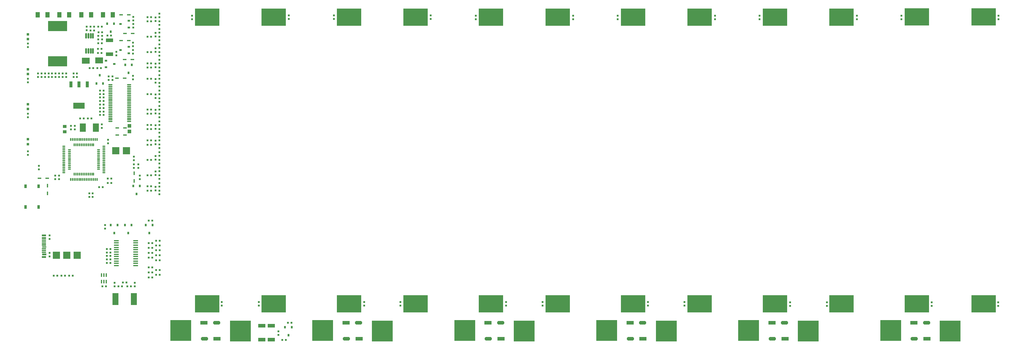
<source format=gtp>
G04*
G04 #@! TF.GenerationSoftware,Altium Limited,Altium Designer,18.1.7 (191)*
G04*
G04 Layer_Color=8421504*
%FSLAX44Y44*%
%MOMM*%
G71*
G01*
G75*
%ADD22R,1.0000X1.0000*%
%ADD23R,0.6000X0.6000*%
%ADD24R,0.6000X0.6000*%
%ADD25R,0.5500X0.8000*%
%ADD26R,1.0000X0.4500*%
%ADD27R,0.8000X0.5500*%
%ADD28R,0.4500X1.0000*%
%ADD29O,1.3500X0.3500*%
%ADD30R,2.0000X2.0000*%
%ADD31R,2.0000X2.0000*%
%ADD32R,2.0000X1.0000*%
G04:AMPARAMS|DCode=33|XSize=2mm|YSize=1mm|CornerRadius=0mm|HoleSize=0mm|Usage=FLASHONLY|Rotation=0.000|XOffset=0mm|YOffset=0mm|HoleType=Round|Shape=Octagon|*
%AMOCTAGOND33*
4,1,8,1.0000,-0.2500,1.0000,0.2500,0.7500,0.5000,-0.7500,0.5000,-1.0000,0.2500,-1.0000,-0.2500,-0.7500,-0.5000,0.7500,-0.5000,1.0000,-0.2500,0.0*
%
%ADD33OCTAGOND33*%

%ADD34R,6.0000X6.0000*%
%ADD35R,7.0000X5.0000*%
%ADD36R,1.2000X1.5000*%
%ADD37R,2.0000X1.1000*%
%ADD38R,5.4000X2.9000*%
%ADD39R,3.2000X1.7000*%
%ADD40R,0.9000X1.7000*%
%ADD41R,0.3500X1.0000*%
%ADD42R,0.3500X1.0000*%
G04:AMPARAMS|DCode=43|XSize=1.47mm|YSize=0.48mm|CornerRadius=0.06mm|HoleSize=0mm|Usage=FLASHONLY|Rotation=90.000|XOffset=0mm|YOffset=0mm|HoleType=Round|Shape=RoundedRectangle|*
%AMROUNDEDRECTD43*
21,1,1.4700,0.3600,0,0,90.0*
21,1,1.3500,0.4800,0,0,90.0*
1,1,0.1200,0.1800,0.6750*
1,1,0.1200,0.1800,-0.6750*
1,1,0.1200,-0.1800,-0.6750*
1,1,0.1200,-0.1800,0.6750*
%
%ADD43ROUNDEDRECTD43*%
%ADD44R,2.2000X1.8000*%
G04:AMPARAMS|DCode=45|XSize=0.3mm|YSize=0.8mm|CornerRadius=0.075mm|HoleSize=0mm|Usage=FLASHONLY|Rotation=0.000|XOffset=0mm|YOffset=0mm|HoleType=Round|Shape=RoundedRectangle|*
%AMROUNDEDRECTD45*
21,1,0.3000,0.6500,0,0,0.0*
21,1,0.1500,0.8000,0,0,0.0*
1,1,0.1500,0.0750,-0.3250*
1,1,0.1500,-0.0750,-0.3250*
1,1,0.1500,-0.0750,0.3250*
1,1,0.1500,0.0750,0.3250*
%
%ADD45ROUNDEDRECTD45*%
G04:AMPARAMS|DCode=46|XSize=0.3mm|YSize=0.8mm|CornerRadius=0.075mm|HoleSize=0mm|Usage=FLASHONLY|Rotation=90.000|XOffset=0mm|YOffset=0mm|HoleType=Round|Shape=RoundedRectangle|*
%AMROUNDEDRECTD46*
21,1,0.3000,0.6500,0,0,90.0*
21,1,0.1500,0.8000,0,0,90.0*
1,1,0.1500,0.3250,0.0750*
1,1,0.1500,0.3250,-0.0750*
1,1,0.1500,-0.3250,-0.0750*
1,1,0.1500,-0.3250,0.0750*
%
%ADD46ROUNDEDRECTD46*%
%ADD47R,0.8000X0.8000*%
%ADD48R,1.4500X0.3000*%
%ADD49R,0.7000X1.1000*%
%ADD50R,0.9800X0.9300*%
%ADD51R,1.1500X0.6000*%
%ADD52R,1.1500X0.3000*%
%ADD53R,1.8000X3.4000*%
%ADD54R,1.7000X2.4000*%
D22*
X634000Y845000D02*
D03*
Y829000D02*
D03*
D23*
X564000Y561080D02*
D03*
Y550920D02*
D03*
X646000Y757080D02*
D03*
Y746920D02*
D03*
X644000Y977920D02*
D03*
Y988080D02*
D03*
X645000Y1146920D02*
D03*
Y1157080D02*
D03*
Y1125920D02*
D03*
Y1136080D02*
D03*
X644000Y1072920D02*
D03*
Y1083080D02*
D03*
Y1051920D02*
D03*
Y1062080D02*
D03*
X659000Y724920D02*
D03*
Y735080D02*
D03*
X663000Y692920D02*
D03*
Y703080D02*
D03*
X646000Y724920D02*
D03*
Y735080D02*
D03*
X574000Y975920D02*
D03*
Y986080D02*
D03*
X585000Y975920D02*
D03*
Y986080D02*
D03*
X719000Y1166080D02*
D03*
Y1155920D02*
D03*
Y1144080D02*
D03*
Y1133920D02*
D03*
Y1111920D02*
D03*
Y1122080D02*
D03*
Y1100080D02*
D03*
Y1089920D02*
D03*
Y1067920D02*
D03*
Y1078080D02*
D03*
Y1056080D02*
D03*
Y1045920D02*
D03*
Y1023920D02*
D03*
Y1034080D02*
D03*
Y1012080D02*
D03*
Y1001920D02*
D03*
Y979920D02*
D03*
Y990080D02*
D03*
Y968080D02*
D03*
Y957920D02*
D03*
Y935920D02*
D03*
Y946080D02*
D03*
Y924080D02*
D03*
Y913920D02*
D03*
Y891920D02*
D03*
Y902080D02*
D03*
Y880080D02*
D03*
Y869920D02*
D03*
Y847920D02*
D03*
Y858080D02*
D03*
Y836080D02*
D03*
Y825920D02*
D03*
Y803920D02*
D03*
Y814080D02*
D03*
Y792080D02*
D03*
Y781920D02*
D03*
Y759920D02*
D03*
Y770080D02*
D03*
X719000Y748080D02*
D03*
Y737920D02*
D03*
X719000Y715920D02*
D03*
Y726080D02*
D03*
Y704080D02*
D03*
Y693920D02*
D03*
Y671920D02*
D03*
Y682080D02*
D03*
Y660080D02*
D03*
Y649920D02*
D03*
X897000Y341080D02*
D03*
Y330920D02*
D03*
X1003000Y341080D02*
D03*
Y330920D02*
D03*
X1303000Y341080D02*
D03*
Y330920D02*
D03*
X1407000Y341080D02*
D03*
Y330920D02*
D03*
X1708000Y341080D02*
D03*
Y330920D02*
D03*
X1812000Y341080D02*
D03*
Y330920D02*
D03*
X2113000Y341080D02*
D03*
Y330920D02*
D03*
X2217000Y341080D02*
D03*
Y330920D02*
D03*
X2518000Y340080D02*
D03*
Y329920D02*
D03*
X2623000Y340080D02*
D03*
Y329920D02*
D03*
X2922000Y340080D02*
D03*
Y329920D02*
D03*
X3112000Y340080D02*
D03*
Y329920D02*
D03*
X812000Y1160080D02*
D03*
Y1149920D02*
D03*
X1088000Y1161080D02*
D03*
Y1150920D02*
D03*
X1217000Y1161080D02*
D03*
Y1150920D02*
D03*
X1493000Y1161080D02*
D03*
Y1150920D02*
D03*
X1622000Y1160080D02*
D03*
Y1149920D02*
D03*
X1899000Y1160080D02*
D03*
Y1149920D02*
D03*
X2026000Y1160080D02*
D03*
Y1149920D02*
D03*
X2304000Y1160080D02*
D03*
Y1149920D02*
D03*
X2431000Y1160080D02*
D03*
Y1149920D02*
D03*
X2709000Y1160080D02*
D03*
Y1149920D02*
D03*
X2836000Y1160080D02*
D03*
Y1149920D02*
D03*
X3113000Y1160080D02*
D03*
Y1149920D02*
D03*
X484000Y995080D02*
D03*
Y984920D02*
D03*
X474000Y995080D02*
D03*
Y984920D02*
D03*
X443000D02*
D03*
Y995080D02*
D03*
X433000Y984920D02*
D03*
Y995080D02*
D03*
X423000Y985000D02*
D03*
Y995160D02*
D03*
X413000Y984920D02*
D03*
Y995080D02*
D03*
X403000Y984920D02*
D03*
Y995080D02*
D03*
X596000Y1046920D02*
D03*
Y1057080D02*
D03*
X708000Y715080D02*
D03*
Y704920D02*
D03*
X422000Y692920D02*
D03*
Y703080D02*
D03*
X453000Y984920D02*
D03*
Y995080D02*
D03*
X512000Y1118920D02*
D03*
Y1129080D02*
D03*
X393000Y995080D02*
D03*
Y984920D02*
D03*
X373000Y995080D02*
D03*
Y984920D02*
D03*
X556000Y1102080D02*
D03*
Y1091920D02*
D03*
X545000Y1102080D02*
D03*
Y1091920D02*
D03*
X383000Y984920D02*
D03*
Y995080D02*
D03*
X708000Y660920D02*
D03*
Y671080D02*
D03*
Y748920D02*
D03*
Y759080D02*
D03*
Y792920D02*
D03*
Y803080D02*
D03*
Y836920D02*
D03*
Y847080D02*
D03*
Y880920D02*
D03*
Y891080D02*
D03*
Y924920D02*
D03*
Y935080D02*
D03*
Y968920D02*
D03*
Y979080D02*
D03*
Y1012920D02*
D03*
Y1023080D02*
D03*
Y1056920D02*
D03*
Y1067080D02*
D03*
Y1100920D02*
D03*
Y1111080D02*
D03*
X344000Y761920D02*
D03*
Y772080D02*
D03*
X344000Y869920D02*
D03*
Y880080D02*
D03*
Y969920D02*
D03*
Y980080D02*
D03*
Y1069920D02*
D03*
Y1080080D02*
D03*
X1059000Y257080D02*
D03*
Y246920D02*
D03*
X708000Y1155080D02*
D03*
Y1144920D02*
D03*
X573000Y794920D02*
D03*
Y805080D02*
D03*
X591000Y396176D02*
D03*
Y386017D02*
D03*
X555000Y838920D02*
D03*
Y849080D02*
D03*
X375000Y731080D02*
D03*
Y720920D02*
D03*
X433000Y703080D02*
D03*
Y692920D02*
D03*
X519000Y641920D02*
D03*
Y652080D02*
D03*
X529000Y641920D02*
D03*
Y652080D02*
D03*
X649000Y386017D02*
D03*
Y396176D02*
D03*
X478000Y834920D02*
D03*
Y845080D02*
D03*
X467000D02*
D03*
Y834920D02*
D03*
X406000Y482080D02*
D03*
Y471920D02*
D03*
X406000Y521920D02*
D03*
Y532080D02*
D03*
D24*
X549920Y896000D02*
D03*
X560080D02*
D03*
X549920Y876000D02*
D03*
X560080D02*
D03*
X549920Y946000D02*
D03*
X560080D02*
D03*
X695080Y660000D02*
D03*
X684920D02*
D03*
X695080Y672000D02*
D03*
X684920D02*
D03*
X695080Y704000D02*
D03*
X684920D02*
D03*
X695080Y748000D02*
D03*
X684920D02*
D03*
X695080Y791000D02*
D03*
X684920D02*
D03*
X695080Y804000D02*
D03*
X684920D02*
D03*
X695080Y836000D02*
D03*
X684920D02*
D03*
X695080Y848000D02*
D03*
X684920D02*
D03*
X560080Y936000D02*
D03*
X549920D02*
D03*
X695080Y880000D02*
D03*
X684920D02*
D03*
X549920Y906000D02*
D03*
X560080D02*
D03*
X695080Y892000D02*
D03*
X684920D02*
D03*
X549920Y886000D02*
D03*
X560080D02*
D03*
X695080Y936000D02*
D03*
X684920D02*
D03*
X695080Y980000D02*
D03*
X684920D02*
D03*
X560080Y916000D02*
D03*
X549920D02*
D03*
X560080Y926000D02*
D03*
X549920D02*
D03*
X695080Y1012000D02*
D03*
X684920D02*
D03*
X695080Y1024000D02*
D03*
X684920D02*
D03*
X695080Y1056000D02*
D03*
X684920D02*
D03*
X695080Y1100000D02*
D03*
X684920D02*
D03*
X695080Y1144000D02*
D03*
X684920D02*
D03*
X695080Y1156000D02*
D03*
X684920D02*
D03*
X720080Y461000D02*
D03*
X709920D02*
D03*
X568920Y463000D02*
D03*
X579080D02*
D03*
X568920Y453000D02*
D03*
X579080D02*
D03*
X568920Y483000D02*
D03*
X579080D02*
D03*
X568920Y473000D02*
D03*
X579080D02*
D03*
Y493000D02*
D03*
X568920D02*
D03*
X556920Y386000D02*
D03*
X567080D02*
D03*
X541920Y1010000D02*
D03*
X552080D02*
D03*
X581080Y1103000D02*
D03*
X570920D02*
D03*
X519920Y1010000D02*
D03*
X530080D02*
D03*
X582080Y682000D02*
D03*
X571920D02*
D03*
X555080Y1081000D02*
D03*
X544920D02*
D03*
X554080Y1053000D02*
D03*
X543920D02*
D03*
Y1065000D02*
D03*
X554080D02*
D03*
X545920Y1113000D02*
D03*
X556080D02*
D03*
X522920Y1118000D02*
D03*
X533080D02*
D03*
X555080Y1129000D02*
D03*
X544920D02*
D03*
X533080D02*
D03*
X522920D02*
D03*
X688920Y574000D02*
D03*
X699080D02*
D03*
X625080Y397096D02*
D03*
X614920D02*
D03*
X612080Y386096D02*
D03*
X601920D02*
D03*
X450080Y417000D02*
D03*
X439920D02*
D03*
X688920Y412000D02*
D03*
X699080D02*
D03*
X709920Y433000D02*
D03*
X720080D02*
D03*
X1080080Y233000D02*
D03*
X1069920D02*
D03*
X428080Y417000D02*
D03*
X417920D02*
D03*
X514920Y866000D02*
D03*
X525080D02*
D03*
X492920Y866000D02*
D03*
X503080D02*
D03*
X546920Y670000D02*
D03*
X557080D02*
D03*
X571920Y694000D02*
D03*
X582080D02*
D03*
X1096080Y282000D02*
D03*
X1085920D02*
D03*
X472080Y417000D02*
D03*
X461920D02*
D03*
X709920Y517000D02*
D03*
X720080D02*
D03*
X709920Y503000D02*
D03*
X720080D02*
D03*
X688920Y510000D02*
D03*
X699080D02*
D03*
X709920Y489190D02*
D03*
X720080D02*
D03*
X688920Y496000D02*
D03*
X699080D02*
D03*
X688920Y482000D02*
D03*
X699080D02*
D03*
X709920Y475000D02*
D03*
X720080D02*
D03*
X688920Y468000D02*
D03*
X699080D02*
D03*
X688920Y440000D02*
D03*
X699080D02*
D03*
X688920Y426000D02*
D03*
X699080D02*
D03*
X709920Y419000D02*
D03*
X720080D02*
D03*
X627920Y386096D02*
D03*
X638080D02*
D03*
D25*
X549000Y989500D02*
D03*
X558500Y966500D02*
D03*
X539500D02*
D03*
X631000Y996500D02*
D03*
X621500Y1019500D02*
D03*
X640500D02*
D03*
X654000Y650500D02*
D03*
X644500Y673500D02*
D03*
X663500D02*
D03*
X580000Y1114500D02*
D03*
X570500Y1137500D02*
D03*
X589500D02*
D03*
X690000Y538500D02*
D03*
X680500Y561500D02*
D03*
X699500D02*
D03*
X1096500Y269500D02*
D03*
X1077500D02*
D03*
X1087000Y246500D02*
D03*
X599500Y561500D02*
D03*
X580500D02*
D03*
X590000Y538500D02*
D03*
X639500Y561500D02*
D03*
X620500D02*
D03*
X630000Y538500D02*
D03*
D26*
X643000Y1109000D02*
D03*
X621000D02*
D03*
X642000Y1035000D02*
D03*
X620000D02*
D03*
X610000Y1163000D02*
D03*
X632000D02*
D03*
X610000Y1089000D02*
D03*
X632000D02*
D03*
X599000Y819000D02*
D03*
X621000D02*
D03*
X599000Y839000D02*
D03*
X621000D02*
D03*
X598000Y981000D02*
D03*
X620000D02*
D03*
X377000Y695000D02*
D03*
X399000D02*
D03*
D27*
X608500Y1136000D02*
D03*
X631500Y1145500D02*
D03*
Y1126500D02*
D03*
X608501Y1061993D02*
D03*
X631501Y1071493D02*
D03*
Y1052493D02*
D03*
X590000Y1022000D02*
D03*
X567000Y1012500D02*
D03*
Y1031500D02*
D03*
D28*
X647000Y688000D02*
D03*
Y710000D02*
D03*
X400000Y674000D02*
D03*
Y652000D02*
D03*
D29*
X579250Y962500D02*
D03*
Y957500D02*
D03*
Y952500D02*
D03*
Y947500D02*
D03*
Y942500D02*
D03*
Y937500D02*
D03*
Y932500D02*
D03*
Y927500D02*
D03*
Y922500D02*
D03*
Y917500D02*
D03*
Y912500D02*
D03*
Y907500D02*
D03*
Y902500D02*
D03*
Y897500D02*
D03*
Y892500D02*
D03*
Y887500D02*
D03*
Y882500D02*
D03*
Y877500D02*
D03*
Y872500D02*
D03*
Y867500D02*
D03*
Y862500D02*
D03*
Y857500D02*
D03*
X632750Y962500D02*
D03*
Y957500D02*
D03*
Y952500D02*
D03*
Y947500D02*
D03*
Y942500D02*
D03*
Y937500D02*
D03*
Y932500D02*
D03*
Y927500D02*
D03*
Y922500D02*
D03*
Y917500D02*
D03*
Y912500D02*
D03*
Y907500D02*
D03*
Y902500D02*
D03*
Y897500D02*
D03*
Y892500D02*
D03*
Y887500D02*
D03*
Y882500D02*
D03*
Y877500D02*
D03*
Y872500D02*
D03*
Y867500D02*
D03*
Y862500D02*
D03*
Y857500D02*
D03*
D30*
X485000Y475000D02*
D03*
X455000D02*
D03*
X425000D02*
D03*
D31*
X625000Y774000D02*
D03*
X595000D02*
D03*
D32*
X846500Y281998D02*
D03*
X883500Y235998D02*
D03*
X1288500Y235998D02*
D03*
X1251500Y281998D02*
D03*
X1693500Y235998D02*
D03*
X1656500Y281998D02*
D03*
X2098500Y235998D02*
D03*
X2061500Y281998D02*
D03*
X2503500Y235998D02*
D03*
X2466500Y281998D02*
D03*
X2908500Y235998D02*
D03*
X2871500Y281998D02*
D03*
D33*
X847500Y235998D02*
D03*
X882500Y281998D02*
D03*
X1287500Y281998D02*
D03*
X1252500Y235998D02*
D03*
X1692500Y281998D02*
D03*
X1657500Y235998D02*
D03*
X2097500Y281998D02*
D03*
X2062500Y235998D02*
D03*
X2502500Y281998D02*
D03*
X2467500Y235998D02*
D03*
X2907500Y281998D02*
D03*
X2872500Y235998D02*
D03*
D34*
X780000Y259998D02*
D03*
X950000Y257998D02*
D03*
X1355000Y257998D02*
D03*
X1185000Y259998D02*
D03*
X1760000Y257998D02*
D03*
X1590000Y259998D02*
D03*
X2165000Y257998D02*
D03*
X1995000Y259998D02*
D03*
X2570000Y257998D02*
D03*
X2400000Y259998D02*
D03*
X2975000Y257998D02*
D03*
X2805000Y259998D02*
D03*
D35*
X3070000Y1156352D02*
D03*
X3070000Y336352D02*
D03*
X2880000D02*
D03*
Y1156352D02*
D03*
X2665000Y1156000D02*
D03*
X2665000Y336000D02*
D03*
X2475000D02*
D03*
Y1156000D02*
D03*
X2260000D02*
D03*
X2260000Y336000D02*
D03*
X2070000D02*
D03*
Y1156000D02*
D03*
X1855000Y1156000D02*
D03*
X1855000Y336000D02*
D03*
X1665000D02*
D03*
Y1156000D02*
D03*
X1450000Y1156000D02*
D03*
X1450000Y336000D02*
D03*
X1260000D02*
D03*
Y1156000D02*
D03*
X1045000Y1156000D02*
D03*
X1045000Y336000D02*
D03*
X855000D02*
D03*
Y1156000D02*
D03*
D36*
X372092Y1163000D02*
D03*
X400000D02*
D03*
X558046Y1163000D02*
D03*
X585954D02*
D03*
X496046D02*
D03*
X523954D02*
D03*
X434046D02*
D03*
X461954D02*
D03*
D37*
X577000Y1050000D02*
D03*
Y1090000D02*
D03*
X1038000Y234000D02*
D03*
Y274000D02*
D03*
X1011000Y234000D02*
D03*
Y274000D02*
D03*
D38*
X429000Y1130000D02*
D03*
Y1030000D02*
D03*
D39*
X490000Y903000D02*
D03*
D40*
X467000Y964000D02*
D03*
X490000D02*
D03*
X513000D02*
D03*
D41*
X567404Y418500D02*
D03*
X560904Y399500D02*
D03*
X567404D02*
D03*
X560904Y418500D02*
D03*
X554404D02*
D03*
D42*
X554403Y399500D02*
D03*
D43*
X510250Y1059500D02*
D03*
X516750D02*
D03*
X523250D02*
D03*
X529750D02*
D03*
Y1102500D02*
D03*
X523250D02*
D03*
X516750D02*
D03*
X510250D02*
D03*
D44*
X547000Y1032000D02*
D03*
X509000Y1031000D02*
D03*
D45*
X531000Y691750D02*
D03*
X536000D02*
D03*
X526000D02*
D03*
X541000D02*
D03*
X516000D02*
D03*
X521000D02*
D03*
X506000D02*
D03*
X511000D02*
D03*
X491000D02*
D03*
X501000D02*
D03*
X496000D02*
D03*
X471000D02*
D03*
X476000D02*
D03*
X466000D02*
D03*
X486000D02*
D03*
X481000D02*
D03*
X541000Y806170D02*
D03*
X536000D02*
D03*
X531000D02*
D03*
X526000D02*
D03*
X506000D02*
D03*
X511000D02*
D03*
X501000D02*
D03*
X521000D02*
D03*
X516000D02*
D03*
X496000D02*
D03*
X491000D02*
D03*
X486000D02*
D03*
X471000D02*
D03*
X466000D02*
D03*
X481000D02*
D03*
X476000D02*
D03*
X531500Y790750D02*
D03*
X526500Y790750D02*
D03*
X521500Y790750D02*
D03*
X516500Y790750D02*
D03*
X511500D02*
D03*
X506500D02*
D03*
X501500D02*
D03*
X496500D02*
D03*
X491500Y790750D02*
D03*
X486500Y790750D02*
D03*
X481500D02*
D03*
X476500D02*
D03*
X531500Y707250D02*
D03*
X526500D02*
D03*
X521500D02*
D03*
X516500D02*
D03*
X511500D02*
D03*
X506500D02*
D03*
X501500D02*
D03*
X496500D02*
D03*
X491500D02*
D03*
X486500D02*
D03*
X481500D02*
D03*
X476500D02*
D03*
D46*
X560500Y711250D02*
D03*
Y721250D02*
D03*
Y726250D02*
D03*
Y716250D02*
D03*
Y736250D02*
D03*
Y731250D02*
D03*
Y741250D02*
D03*
Y746250D02*
D03*
Y751250D02*
D03*
X446500Y736250D02*
D03*
Y741250D02*
D03*
Y731250D02*
D03*
Y751250D02*
D03*
Y746250D02*
D03*
Y716250D02*
D03*
Y711250D02*
D03*
Y726250D02*
D03*
Y721250D02*
D03*
X560500Y761250D02*
D03*
Y766250D02*
D03*
Y756250D02*
D03*
Y786250D02*
D03*
Y771250D02*
D03*
Y776250D02*
D03*
Y781250D02*
D03*
X446500Y761250D02*
D03*
Y766250D02*
D03*
Y756250D02*
D03*
Y776250D02*
D03*
Y781250D02*
D03*
Y771250D02*
D03*
Y786250D02*
D03*
X462250Y776500D02*
D03*
Y771500D02*
D03*
Y766500D02*
D03*
Y761500D02*
D03*
Y756500D02*
D03*
Y751500D02*
D03*
Y746500D02*
D03*
Y741500D02*
D03*
Y736500D02*
D03*
Y731500D02*
D03*
Y726500D02*
D03*
Y721500D02*
D03*
X545750Y776500D02*
D03*
Y771500D02*
D03*
Y766500D02*
D03*
Y761500D02*
D03*
Y756500D02*
D03*
Y751500D02*
D03*
Y746500D02*
D03*
Y741500D02*
D03*
Y736500D02*
D03*
Y731500D02*
D03*
Y726500D02*
D03*
Y721500D02*
D03*
D47*
X344000Y807000D02*
D03*
Y793000D02*
D03*
X344000Y893000D02*
D03*
Y907000D02*
D03*
Y993000D02*
D03*
Y1007000D02*
D03*
Y1093000D02*
D03*
Y1107000D02*
D03*
D48*
X596500Y471373D02*
D03*
Y477873D02*
D03*
Y484373D02*
D03*
Y490873D02*
D03*
Y497373D02*
D03*
Y503873D02*
D03*
Y516873D02*
D03*
Y510373D02*
D03*
X651000Y510323D02*
D03*
Y516823D02*
D03*
Y503823D02*
D03*
Y497323D02*
D03*
Y490823D02*
D03*
Y484323D02*
D03*
Y477823D02*
D03*
Y471323D02*
D03*
Y464823D02*
D03*
Y458323D02*
D03*
Y451823D02*
D03*
Y445323D02*
D03*
X596500Y445373D02*
D03*
Y451873D02*
D03*
Y458373D02*
D03*
Y464873D02*
D03*
D49*
X337500Y672500D02*
D03*
Y613500D02*
D03*
X374500D02*
D03*
Y672500D02*
D03*
D50*
X449000Y843700D02*
D03*
Y828300D02*
D03*
D51*
X390160Y532000D02*
D03*
Y524500D02*
D03*
X390190Y477500D02*
D03*
X390160Y470000D02*
D03*
D52*
Y518500D02*
D03*
Y513500D02*
D03*
Y508500D02*
D03*
Y503500D02*
D03*
X390190Y498500D02*
D03*
X390160Y493500D02*
D03*
Y488500D02*
D03*
Y483500D02*
D03*
D53*
X646000Y350000D02*
D03*
X594000D02*
D03*
D54*
X537500Y840123D02*
D03*
X500500D02*
D03*
M02*

</source>
